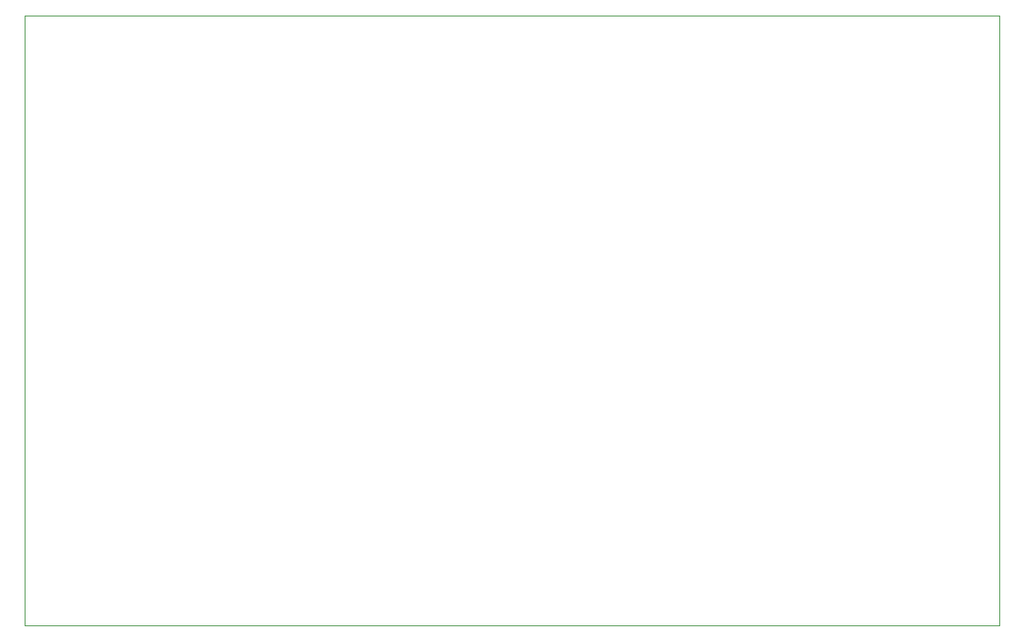
<source format=gm1>
%TF.GenerationSoftware,KiCad,Pcbnew,(5.1.6)-1*%
%TF.CreationDate,2021-05-10T23:00:48+02:00*%
%TF.ProjectId,karta_stm,6b617274-615f-4737-946d-2e6b69636164,rev?*%
%TF.SameCoordinates,Original*%
%TF.FileFunction,Profile,NP*%
%FSLAX46Y46*%
G04 Gerber Fmt 4.6, Leading zero omitted, Abs format (unit mm)*
G04 Created by KiCad (PCBNEW (5.1.6)-1) date 2021-05-10 23:00:48*
%MOMM*%
%LPD*%
G01*
G04 APERTURE LIST*
%TA.AperFunction,Profile*%
%ADD10C,0.050000*%
%TD*%
G04 APERTURE END LIST*
D10*
X189357000Y-114935000D02*
X189357000Y-52070000D01*
X88900000Y-114935000D02*
X189357000Y-114935000D01*
X88900000Y-52070000D02*
X88900000Y-114935000D01*
X189357000Y-52070000D02*
X88900000Y-52070000D01*
M02*

</source>
